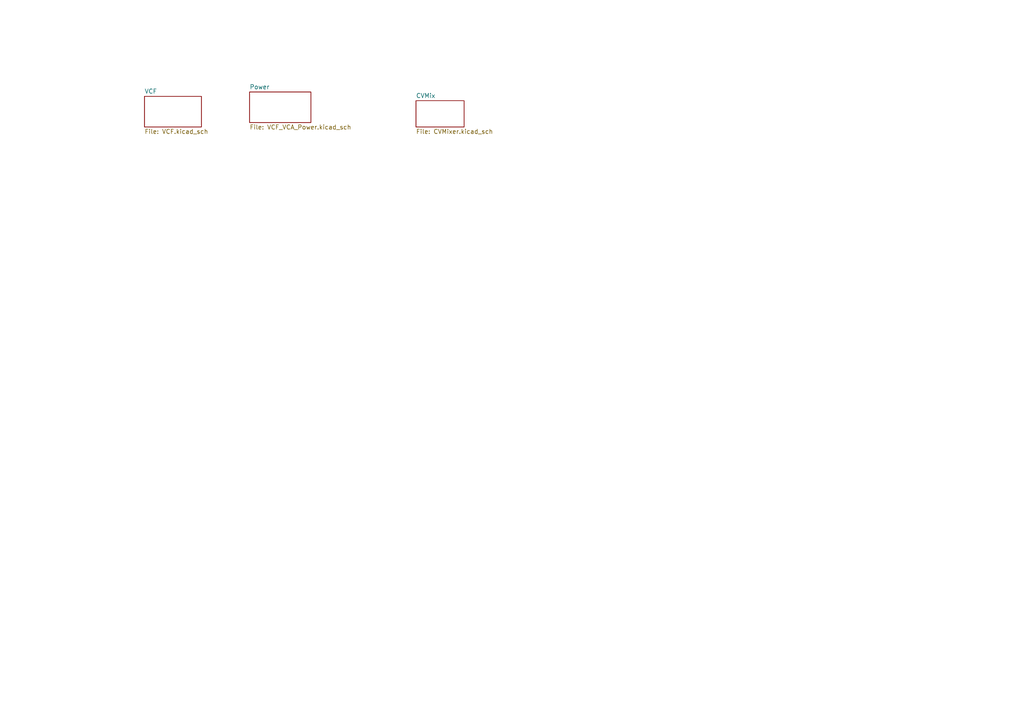
<source format=kicad_sch>
(kicad_sch
	(version 20250114)
	(generator "eeschema")
	(generator_version "9.0")
	(uuid "f7dfc6e6-37bf-4d25-bb5d-c23ff66f84de")
	(paper "A4")
	(lib_symbols)
	(sheet
		(at 41.91 27.94)
		(size 16.51 8.89)
		(exclude_from_sim no)
		(in_bom yes)
		(on_board yes)
		(dnp no)
		(fields_autoplaced yes)
		(stroke
			(width 0.1524)
			(type solid)
		)
		(fill
			(color 0 0 0 0.0000)
		)
		(uuid "2ddca6ae-0d7e-491b-88b9-6a019126647a")
		(property "Sheetname" "VCF"
			(at 41.91 27.2284 0)
			(effects
				(font
					(size 1.27 1.27)
				)
				(justify left bottom)
			)
		)
		(property "Sheetfile" "VCF.kicad_sch"
			(at 41.91 37.4146 0)
			(effects
				(font
					(size 1.27 1.27)
				)
				(justify left top)
			)
		)
		(instances
			(project "debugVCFSeparate"
				(path "/f7dfc6e6-37bf-4d25-bb5d-c23ff66f84de"
					(page "2")
				)
			)
		)
	)
	(sheet
		(at 72.39 26.67)
		(size 17.78 8.89)
		(exclude_from_sim no)
		(in_bom yes)
		(on_board yes)
		(dnp no)
		(fields_autoplaced yes)
		(stroke
			(width 0.1524)
			(type solid)
		)
		(fill
			(color 0 0 0 0.0000)
		)
		(uuid "47a500ec-93dc-4e68-9a2b-3f661e96fa25")
		(property "Sheetname" "Power"
			(at 72.39 25.9584 0)
			(effects
				(font
					(size 1.27 1.27)
				)
				(justify left bottom)
			)
		)
		(property "Sheetfile" "VCF_VCA_Power.kicad_sch"
			(at 72.39 36.1446 0)
			(effects
				(font
					(size 1.27 1.27)
				)
				(justify left top)
			)
		)
		(instances
			(project "debugVCFSeparate"
				(path "/f7dfc6e6-37bf-4d25-bb5d-c23ff66f84de"
					(page "3")
				)
			)
		)
	)
	(sheet
		(at 120.65 29.21)
		(size 13.97 7.62)
		(exclude_from_sim no)
		(in_bom yes)
		(on_board yes)
		(dnp no)
		(fields_autoplaced yes)
		(stroke
			(width 0.1524)
			(type solid)
		)
		(fill
			(color 0 0 0 0.0000)
		)
		(uuid "c2a73e00-8bae-4ba7-9b36-74077d94ea0f")
		(property "Sheetname" "CVMix"
			(at 120.65 28.4984 0)
			(effects
				(font
					(size 1.27 1.27)
				)
				(justify left bottom)
			)
		)
		(property "Sheetfile" "CVMixer.kicad_sch"
			(at 120.65 37.4146 0)
			(effects
				(font
					(size 1.27 1.27)
				)
				(justify left top)
			)
		)
		(instances
			(project "debugVCFSeparate"
				(path "/f7dfc6e6-37bf-4d25-bb5d-c23ff66f84de"
					(page "4")
				)
			)
		)
	)
	(sheet_instances
		(path "/"
			(page "1")
		)
	)
	(embedded_fonts no)
)

</source>
